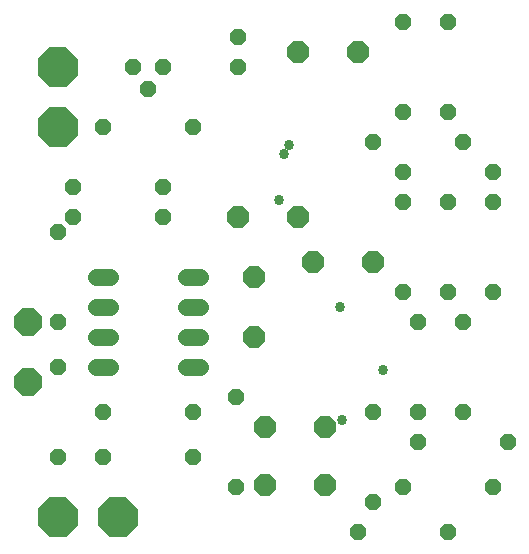
<source format=gbr>
G04 EAGLE Gerber RS-274X export*
G75*
%MOMM*%
%FSLAX34Y34*%
%LPD*%
%INSoldermask Bottom*%
%IPPOS*%
%AMOC8*
5,1,8,0,0,1.08239X$1,22.5*%
G01*
%ADD10P,1.951982X8X202.500000*%
%ADD11P,1.951982X8X292.500000*%
%ADD12P,1.951982X8X22.500000*%
%ADD13P,3.629037X8X292.500000*%
%ADD14P,3.629037X8X202.500000*%
%ADD15P,1.539592X8X292.500000*%
%ADD16P,2.556822X8X22.500000*%
%ADD17P,1.539592X8X202.500000*%
%ADD18P,1.539592X8X112.500000*%
%ADD19P,1.539592X8X22.500000*%
%ADD20C,1.422400*%
%ADD21C,0.863600*%


D10*
X317500Y266700D03*
X266700Y266700D03*
D11*
X217170Y254000D03*
X217170Y203200D03*
D12*
X226060Y127000D03*
X276860Y127000D03*
D10*
X254000Y304800D03*
X203200Y304800D03*
D12*
X226060Y77470D03*
X276860Y77470D03*
X254000Y444500D03*
X304800Y444500D03*
D13*
X50800Y50800D03*
X101600Y50800D03*
D14*
X50800Y431800D03*
X50800Y381000D03*
D15*
X203200Y457200D03*
X203200Y431800D03*
D16*
X25400Y165100D03*
X25400Y215900D03*
D17*
X114300Y431800D03*
X127000Y412750D03*
X139700Y431800D03*
D18*
X201930Y76200D03*
X201930Y152400D03*
D17*
X381000Y38100D03*
X304800Y38100D03*
X419100Y76200D03*
X342900Y76200D03*
D18*
X419100Y241300D03*
X419100Y317500D03*
X381000Y241300D03*
X381000Y317500D03*
D15*
X342900Y317500D03*
X342900Y241300D03*
D17*
X165100Y139700D03*
X88900Y139700D03*
D19*
X88900Y381000D03*
X165100Y381000D03*
D17*
X165100Y101600D03*
X88900Y101600D03*
D15*
X50800Y177800D03*
X50800Y101600D03*
D18*
X50800Y215900D03*
X50800Y292100D03*
D19*
X63500Y304800D03*
X139700Y304800D03*
D18*
X393700Y139700D03*
X393700Y215900D03*
D17*
X431800Y114300D03*
X355600Y114300D03*
D18*
X355600Y139700D03*
X355600Y215900D03*
X317500Y63500D03*
X317500Y139700D03*
D20*
X94996Y254000D02*
X82804Y254000D01*
X82804Y228600D02*
X94996Y228600D01*
X159004Y228600D02*
X171196Y228600D01*
X171196Y254000D02*
X159004Y254000D01*
X94996Y203200D02*
X82804Y203200D01*
X82804Y177800D02*
X94996Y177800D01*
X159004Y203200D02*
X171196Y203200D01*
X171196Y177800D02*
X159004Y177800D01*
D19*
X63500Y330200D03*
X139700Y330200D03*
X317500Y368300D03*
X393700Y368300D03*
X342900Y342900D03*
X419100Y342900D03*
D15*
X342900Y469900D03*
X342900Y393700D03*
X381000Y469900D03*
X381000Y393700D03*
D21*
X326136Y175260D03*
X237744Y318516D03*
X291084Y132588D03*
X242316Y358140D03*
X289560Y228600D03*
X246888Y365760D03*
M02*

</source>
